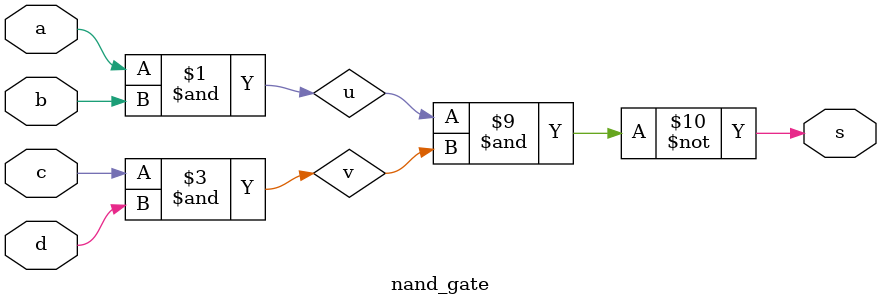
<source format=v>
module nand_gate ( s,a,b,c,d);
  input a,b,c,d;
  output s;
  wire x,y,u,v;
  assign x=~(a & b);
  assign y=~(c & d);
  assign u=~(x & x);
  assign v=~(y & y);
  assign s=~(u & v);
endmodule

</source>
